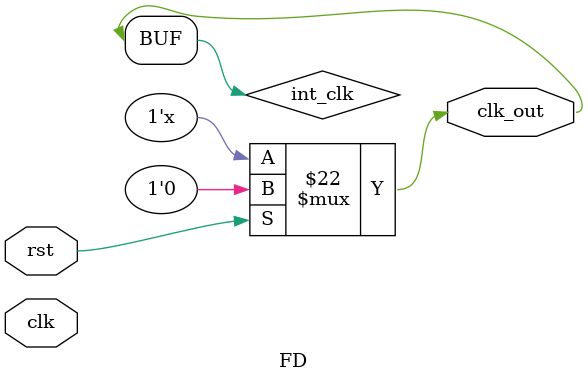
<source format=v>
module FD#(parameter N = 5 ) (input clk, rst, output reg clk_out);
  reg int_clk;
  integer count ;
  
  assign clk_out = int_clk;
  
  always @(clk) // always @( posedge clk or negedge clk)
    begin
    if(rst)begin
      int_clk =0;
      count = 0;
    end
      
      else begin
        count <= count+1;
        if (count% N ==0)
          begin
          int_clk = ~int_clk;
            count = 0;
          end
          end
      end
      endmodule

</source>
